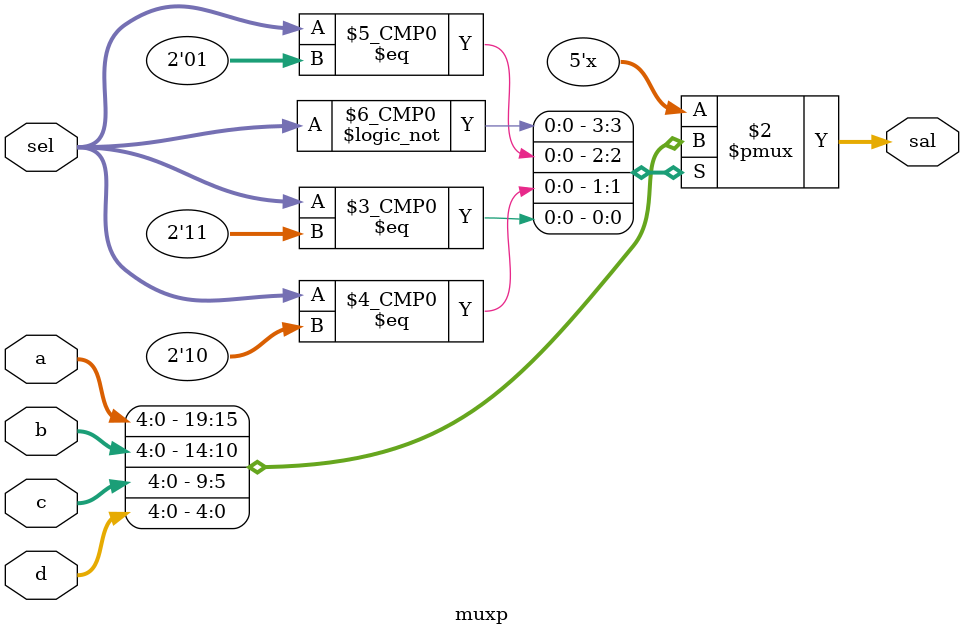
<source format=v>
`timescale 1ns / 1ps
module muxp(
    input [1:0] sel,
    input [4:0] a,
    input [4:0] b,
    input [4:0] c,
    input [4:0] d,
    output reg [4:0] sal
    );
  always@(sel,a,b,c,d)
   begin
	  case (sel)
	  0:sal=a;
	  1:sal=b;
	  2:sal=c;
	  3:sal=d;
	  endcase
	end

endmodule

</source>
